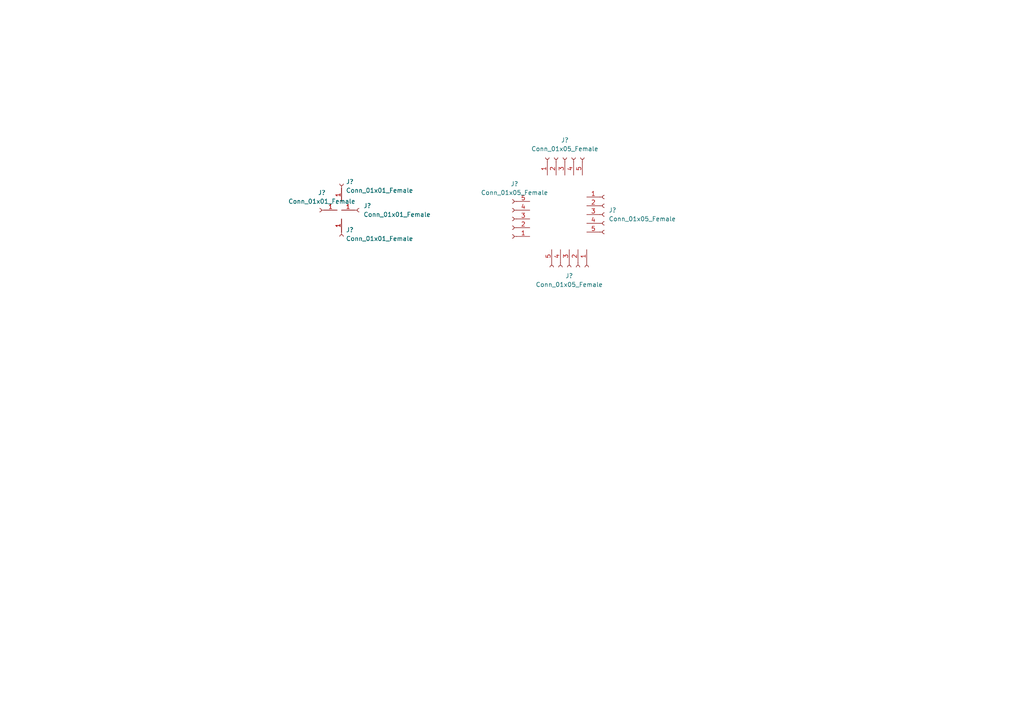
<source format=kicad_sch>
(kicad_sch (version 20211123) (generator eeschema)
  (paper "A4")
  (lib_symbols
    (symbol "Connector:Conn_01x01_Female" (pin_names (offset 1.016) hide)
      (property "Reference" "J" (at 0 2.54 0))
      (property "Value" "Conn_01x01_Female" (at 0 -2.54 0))
      (symbol "Conn_01x01_Female_1_1"
        (polyline (pts (xy -1.27 0) (xy -0.508 0)) (stroke (width 0.1524)))
        (arc (start 0 0.508) (mid -0.508 0) (end 0 -0.508) (stroke (width 0.1524)))
        (pin passive line (at -5.08 0 0) (length 3.81) (name "Pin_1") (number "1"))
      )
    )
    (symbol "Connector:Conn_01x05_Female" (pin_names (offset 1.016) hide)
      (property "Reference" "J" (at 0 7.62 0))
      (property "Value" "Conn_01x05_Female" (at 0 -7.62 0))
      (symbol "Conn_01x05_Female_1_1"
        (arc (start 0 -4.572) (mid -0.508 -5.08) (end 0 -5.588) (stroke (width 0.1524)))
        (arc (start 0 -2.032) (mid -0.508 -2.54) (end 0 -3.048) (stroke (width 0.1524)))
        (polyline (pts (xy -1.27 -5.08) (xy -0.508 -5.08)) (stroke (width 0.1524)))
        (polyline (pts (xy -1.27 -2.54) (xy -0.508 -2.54)) (stroke (width 0.1524)))
        (polyline (pts (xy -1.27 0) (xy -0.508 0)) (stroke (width 0.1524)))
        (polyline (pts (xy -1.27 2.54) (xy -0.508 2.54)) (stroke (width 0.1524)))
        (polyline (pts (xy -1.27 5.08) (xy -0.508 5.08)) (stroke (width 0.1524)))
        (arc (start 0 0.508) (mid -0.508 0) (end 0 -0.508) (stroke (width 0.1524)))
        (arc (start 0 3.048) (mid -0.508 2.54) (end 0 2.032) (stroke (width 0.1524)))
        (arc (start 0 5.588) (mid -0.508 5.08) (end 0 4.572) (stroke (width 0.1524)))
        (pin passive line (at -5.08 5.08 0) (length 3.81) (name "Pin_1") (number "1"))
        (pin passive line (at -5.08 2.54 0) (length 3.81) (name "Pin_2") (number "2"))
        (pin passive line (at -5.08 0 0) (length 3.81) (name "Pin_3") (number "3"))
        (pin passive line (at -5.08 -2.54 0) (length 3.81) (name "Pin_4") (number "4"))
        (pin passive line (at -5.08 -5.08 0) (length 3.81) (name "Pin_5") (number "5"))
      )
    )
  )
  (symbol (lib_id "Connector:Conn_01x05_Female") (at 175.26 62.23 0) (unit 1)
    (property "Reference" "J?" (at 176.53 60.9599 0) (effects (justify left)))
    (property "Value" "Conn_01x05_Female" (at 176.53 63.4999 0) (effects (justify left)))
  )
  (symbol (lib_id "Connector:Conn_01x05_Female") (at 163.83 45.72 90) (unit 1)
    (property "Reference" "J?" (at 163.83 40.64 90))
    (property "Value" "Conn_01x05_Female" (at 163.83 43.18 90))
  )
  (symbol (lib_id "Connector:Conn_01x05_Female") (at 165.1 77.47 270) (unit 1)
    (property "Reference" "J?" (at 165.1 80.01 90))
    (property "Value" "Conn_01x05_Female" (at 165.1 82.55 90))
  )
  (symbol (lib_id "Connector:Conn_01x01_Female") (at 99.06 53.34 90) (unit 1)
    (property "Reference" "J?" (at 100.33 52.7049 90) (effects (justify right)))
    (property "Value" "Conn_01x01_Female" (at 100.33 55.2449 90) (effects (justify right)))
  )
  (symbol (lib_id "Connector:Conn_01x05_Female") (at 148.59 63.5 180) (unit 1)
    (property "Reference" "J?" (at 149.225 53.34 0))
    (property "Value" "Conn_01x05_Female" (at 149.225 55.88 0))
  )
  (symbol (lib_id "Connector:Conn_01x01_Female") (at 99.06 68.58 270) (unit 1)
    (property "Reference" "J?" (at 100.33 66.6749 90) (effects (justify left)))
    (property "Value" "Conn_01x01_Female" (at 100.33 69.2149 90) (effects (justify left)))
  )
  (symbol (lib_id "Connector:Conn_01x01_Female") (at 104.14 60.96 0) (unit 1)
    (property "Reference" "J?" (at 105.41 59.6899 0) (effects (justify left)))
    (property "Value" "Conn_01x01_Female" (at 105.41 62.2299 0) (effects (justify left)))
  )
  (symbol (lib_id "Connector:Conn_01x01_Female") (at 92.71 60.96 180) (unit 1)
    (property "Reference" "J?" (at 93.345 55.88 0))
    (property "Value" "Conn_01x01_Female" (at 93.345 58.42 0))
  )
)
</source>
